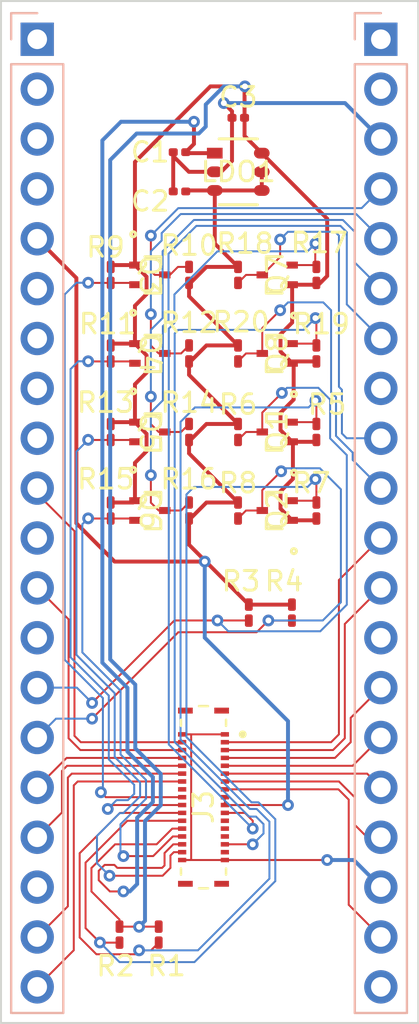
<source format=kicad_pcb>
(kicad_pcb (version 20241229) (generator "pcbnew") (generator_version "9.0")
  (layers (0 "F.Cu" signal) (2 "B.Cu" signal) (13 "F.Paste" user) (15 "B.Paste" user) (5 "F.SilkS" user "F.Silkscreen") (7 "B.SilkS" user "B.Silkscreen") (1 "F.Mask" user) (3 "B.Mask" user) (25 "Edge.Cuts" user))
  (net 0 "")
  (net 1 "ROW7")
  (net 2 "KB_BLK_LED_A")
  (net 3 "ROW2")
  (net 4 "ROW6")
  (net 5 "TP_SDA_3V3")
  (net 6 "ROW3")
  (net 7 "ROW4")
  (net 8 "ROW5")
  (net 9 "ROW1")
  (net 10 "TP_SCL_3V3")
  (net 13 "GND")
  (net 19 "COL6")
  (net 20 "TP_SDA_1V8")
  (net 21 "TP_SCL_1V8")
  (net 22 "+2V8")
  (net 23 "COL1")
  (net 24 "COL3")
  (net 25 "COL5")
  (net 26 "COL4")
  (net 27 "+1V8")
  (net 28 "COL2")
  (net 29 "TP_SHUTDOWN_1V8")
  (net 31 "KB_BLK_LED_K_1V8")
  (net 32 "PANNEL_BLK_LED_K_1V8")
  (net 36 "TP_MOTION_1V8")
  (net 37 "TP_RESET_1V8")
  (net 39 "TP_BLK_LED_K_1V8")
  (net 40 "TP_MOTION_3V3")
  (net 41 "TP_SHUTDOWN_3V3")
  (net 42 "TP_RESET_3V3")
  (net 43 "TP_BLK_LED_K_3V3")
  (net 44 "KB_BLK_LED_K_3V3")
  (net 45 "PANNEL_BLK_LED_K_3V3")
  (footprint "RE1C002UNTCL:DIO_RB558WMF_ROM" (layer "F.Cu") (at 112.25 112 90)
    (property "Reference" "Q7")
    (property "Value" "RE1C002UNTCL" (hide yes))
  )
  (footprint "Resistor_SMD:R_0201_0603Metric_Pad0.64x0.40mm_HandSolder" (layer "F.Cu") (at 103.75 116 -90)
    (property "Reference" "R11")
    (property "Value" "10K")
  )
  (footprint "HIROSE_BM20B_0.8_-34DS-0.4V_53_:HIROSE_BM20B_0.8_-34DS-0.4V_53_" (layer "F.Cu") (at 108.4875 138.6 90)
    (property "Reference" "J3")
    (property "Value" "BM20B_0.8_-34DS-0.4V_53_" (hide yes))
  )
  (footprint "RE1C002UNTCL:DIO_RB558WMF_ROM" (layer "F.Cu") (at 105.75 120 -90)
    (property "Reference" "Q5")
    (property "Value" "RE1C002UNTCL" (hide yes))
  )
  (footprint "Resistor_SMD:R_0201_0603Metric_Pad0.64x0.40mm_HandSolder" (layer "F.Cu") (at 110.25 124 -90)
    (property "Reference" "R8")
    (property "Value" "10K")
  )
  (footprint "Resistor_SMD:R_0201_0603Metric_Pad0.64x0.40mm_HandSolder" (layer "F.Cu") (at 114.25 120 90)
    (property "Reference" "R5")
    (property "Value" "10K")
  )
  (footprint "Resistor_SMD:R_0201_0603Metric_Pad0.64x0.40mm_HandSolder" (layer "F.Cu") (at 110.8 129.2 90)
    (property "Reference" "R3")
    (property "Value" "10k")
  )
  (footprint "Resistor_SMD:R_0201_0603Metric_Pad0.64x0.40mm_HandSolder" (layer "F.Cu") (at 110.25 116 -90)
    (property "Reference" "R20")
    (property "Value" "10K")
  )
  (footprint "Resistor_SMD:R_0201_0603Metric_Pad0.64x0.40mm_HandSolder" (layer "F.Cu") (at 107.75 112 90)
    (property "Reference" "R10")
    (property "Value" "10K")
  )
  (footprint "Resistor_SMD:R_0201_0603Metric_Pad0.64x0.40mm_HandSolder" (layer "F.Cu") (at 114.25 112 90)
    (property "Reference" "R17")
    (property "Value" "10K")
  )
  (footprint "Resistor_SMD:R_0201_0603Metric_Pad0.64x0.40mm_HandSolder" (layer "F.Cu") (at 103.75 124 -90)
    (property "Reference" "R15")
    (property "Value" "10K")
  )
  (footprint "Resistor_SMD:R_0201_0603Metric_Pad0.64x0.40mm_HandSolder" (layer "F.Cu") (at 103.75 120 -90)
    (property "Reference" "R13")
    (property "Value" "10K")
  )
  (footprint "RE1C002UNTCL:DIO_RB558WMF_ROM" (layer "F.Cu") (at 105.75 116 -90)
    (property "Reference" "Q4")
    (property "Value" "RE1C002UNTCL" (hide yes))
  )
  (footprint "Resistor_SMD:R_0201_0603Metric_Pad0.64x0.40mm_HandSolder" (layer "F.Cu") (at 107.75 116 90)
    (property "Reference" "R12")
    (property "Value" "10K")
  )
  (footprint "Resistor_SMD:R_0201_0603Metric_Pad0.64x0.40mm_HandSolder" (layer "F.Cu") (at 107.75 124 90)
    (property "Reference" "R16")
    (property "Value" "10K")
  )
  (footprint "Resistor_SMD:R_0201_0603Metric_Pad0.64x0.40mm_HandSolder" (layer "F.Cu") (at 106.2 145.6 90)
    (property "Reference" "R1")
    (property "Value" "10k")
  )
  (footprint "RE1C002UNTCL:DIO_RB558WMF_ROM" (layer "F.Cu") (at 105.75 124 -90)
    (property "Reference" "Q6")
    (property "Value" "RE1C002UNTCL" (hide yes))
  )
  (footprint "RE1C002UNTCL:DIO_RB558WMF_ROM" (layer "F.Cu") (at 112.25 116 90)
    (property "Reference" "Q8")
    (property "Value" "RE1C002UNTCL" (hide yes))
  )
  (footprint "Capacitor_SMD:C_0201_0603Metric" (layer "F.Cu") (at 110.262 104)
    (property "Reference" "C3")
    (property "Value" "1uF")
  )
  (footprint "RE1C002UNTCL:DIO_RB558WMF_ROM" (layer "F.Cu") (at 112.25 120 90)
    (property "Reference" "Q1")
    (property "Value" "RE1C002UNTCL" (hide yes))
  )
  (footprint "Resistor_SMD:R_0201_0603Metric_Pad0.64x0.40mm_HandSolder" (layer "F.Cu") (at 110.25 120 -90)
    (property "Reference" "R6")
    (property "Value" "10K")
  )
  (footprint "Resistor_SMD:R_0201_0603Metric_Pad0.64x0.40mm_HandSolder" (layer "F.Cu") (at 104.2 145.6 90)
    (property "Reference" "R2")
    (property "Value" "10k")
  )
  (footprint "Resistor_SMD:R_0201_0603Metric_Pad0.64x0.40mm_HandSolder" (layer "F.Cu") (at 113 129.2 90)
    (property "Reference" "R4")
    (property "Value" "10k")
  )
  (footprint "AP7312-1828W6-7:SOT26_DIO" (layer "F.Cu") (at 110.262 106.75)
    (property "Reference" "LDO1")
    (property "Value" "AP7312-1828W6-7" (hide yes))
  )
  (footprint "Resistor_SMD:R_0201_0603Metric_Pad0.64x0.40mm_HandSolder" (layer "F.Cu") (at 114.25 124 90)
    (property "Reference" "R7")
    (property "Value" "10K")
  )
  (footprint "RE1C002UNTCL:DIO_RB558WMF_ROM" (layer "F.Cu") (at 112.25 124 90)
    (property "Reference" "Q2")
    (property "Value" "RE1C002UNTCL" (hide yes))
  )
  (footprint "Resistor_SMD:R_0201_0603Metric_Pad0.64x0.40mm_HandSolder" (layer "F.Cu") (at 114.25 116 90)
    (property "Reference" "R19")
    (property "Value" "10K")
  )
  (footprint "Capacitor_SMD:C_0201_0603Metric" (layer "F.Cu") (at 107.262 105.75)
    (property "Reference" "C1")
    (property "Value" "1uF")
  )
  (footprint "Resistor_SMD:R_0201_0603Metric_Pad0.64x0.40mm_HandSolder" (layer "F.Cu") (at 110.25 112 -90)
    (property "Reference" "R18")
    (property "Value" "10K")
  )
  (footprint "Resistor_SMD:R_0201_0603Metric_Pad0.64x0.40mm_HandSolder" (layer "F.Cu") (at 103.75 112 -90)
    (property "Reference" "R9")
    (property "Value" "10K")
  )
  (footprint "Capacitor_SMD:C_0201_0603Metric" (layer "F.Cu") (at 107.262 107.75 180)
    (property "Reference" "C2")
    (property "Value" "1uF")
  )
  (footprint "Resistor_SMD:R_0201_0603Metric_Pad0.64x0.40mm_HandSolder" (layer "F.Cu") (at 107.75 120 90)
    (property "Reference" "R14")
    (property "Value" "10K")
  )
  (footprint "RE1C002UNTCL:DIO_RB558WMF_ROM" (layer "F.Cu") (at 105.75 112 -90)
    (property "Reference" "Q3")
    (property "Value" "RE1C002UNTCL" (hide yes))
  )
  (footprint "Connector_PinSocket_2.54mm:PinSocket_1x20_P2.54mm_Vertical" (layer "B.Cu") (at 100 100 180)
    (property "Reference" "J2" (hide yes))
    (property "Value" "Conn_01x20_Socket" (hide yes))
  )
  (footprint "Connector_PinSocket_2.54mm:PinSocket_1x20_P2.54mm_Vertical" (layer "B.Cu") (at 117.54 100 180)
    (property "Reference" "J1" (hide yes))
    (property "Value" "Conn_01x20_Socket" (hide yes))
  )
  (gr_rect (start 98.15 98.05) (end 119.45 150.1) (stroke (width 0.1)) (fill no) (layer "Edge.Cuts"))
  (segment (start 109.5775 135.8) (end 114.998 135.8) (width 0.1) (layer "F.Cu") (net 1))
  (segment (start 115.398 135.4) (end 115.398 127.542) (width 0.1) (layer "F.Cu") (net 1))
  (segment (start 114.998 135.8) (end 115.398 135.4) (width 0.1) (layer "F.Cu") (net 1))
  (segment (start 115.398 127.542) (end 117.54 125.4) (width 0.1) (layer "F.Cu") (net 1))
  (segment (start 110.25 111.5925) (end 108.63737 111.5925) (width 0.2) (layer "F.Cu") (net 2))
  (segment (start 111.462 107.700001) (end 111.462 106.75) (width 0.2) (layer "F.Cu") (net 2))
  (segment (start 108.63737 115.5925) (end 107.82237 116.4075) (width 0.2) (layer "F.Cu") (net 2))
  (segment (start 108.63737 111.5925) (end 107.82237 112.4075) (width 0.2) (layer "F.Cu") (net 2))
  (segment (start 107.75 120.4075) (end 107.75 121.0925) (width 0.2) (layer "F.Cu") (net 2))
  (segment (start 108.63737 123.5925) (end 107.82237 124.4075) (width 0.2) (layer "F.Cu") (net 2))
  (segment (start 109.5775 138.6) (end 109.5775 139) (width 0.1) (layer "F.Cu") (net 2))
  (segment (start 101.999 124.648943) (end 103.950057 126.6) (width 0.2) (layer "F.Cu") (net 2))
  (segment (start 107.75 125.7425) (end 110.8 128.7925) (width 0.2) (layer "F.Cu") (net 2))
  (segment (start 101.999 112.159) (end 101.999 124.648943) (width 0.2) (layer "F.Cu") (net 2))
  (segment (start 110.25 119.5925) (end 108.63737 119.5925) (width 0.2) (layer "F.Cu") (net 2))
  (segment (start 103.950057 126.6) (end 108.55 126.6) (width 0.2) (layer "F.Cu") (net 2))
  (segment (start 109.062 107.700001) (end 111.462 107.700001) (width 0.2) (layer "F.Cu") (net 2))
  (segment (start 110.25 123.5925) (end 108.63737 123.5925) (width 0.2) (layer "F.Cu") (net 2))
  (segment (start 107.75 121.0925) (end 110.25 123.5925) (width 0.2) (layer "F.Cu") (net 2))
  (segment (start 109.062 107.700001) (end 109.062 110.4045) (width 0.2) (layer "F.Cu") (net 2))
  (segment (start 107.75 116.4075) (end 107.75 117.0925) (width 0.2) (layer "F.Cu") (net 2))
  (segment (start 109.062 110.4045) (end 110.25 111.5925) (width 0.2) (layer "F.Cu") (net 2))
  (segment (start 109.062 107.700001) (end 107.631999 107.700001) (width 0.2) (layer "F.Cu") (net 2))
  (segment (start 107.75 117.0925) (end 110.25 119.5925) (width 0.2) (layer "F.Cu") (net 2))
  (segment (start 100 110.16) (end 101.999 112.159) (width 0.2) (layer "F.Cu") (net 2))
  (segment (start 108.63737 119.5925) (end 107.82237 120.4075) (width 0.2) (layer "F.Cu") (net 2))
  (segment (start 109.5775 139) (end 112.8 139) (width 0.1) (layer "F.Cu") (net 2))
  (segment (start 110.25 115.5925) (end 108.63737 115.5925) (width 0.2) (layer "F.Cu") (net 2))
  (segment (start 107.75 124.4075) (end 107.75 125.7425) (width 0.2) (layer "F.Cu") (net 2))
  (segment (start 107.75 113.0925) (end 110.25 115.5925) (width 0.2) (layer "F.Cu") (net 2))
  (segment (start 110.8 128.7925) (end 113 128.7925) (width 0.2) (layer "F.Cu") (net 2))
  (segment (start 107.75 112.4075) (end 107.75 113.0925) (width 0.2) (layer "F.Cu") (net 2))
  (via (at 112.8 139) (size 0.6) (drill 0.3) (layers "F.Cu" "B.Cu") (net 2))
  (via (at 108.55 126.6) (size 0.6) (drill 0.3) (layers "F.Cu" "B.Cu") (net 2))
  (segment (start 108.55 126.6) (end 108.55 130.475) (width 0.2) (layer "B.Cu") (net 2))
  (segment (start 108.55 130.475) (end 112.8 134.725) (width 0.2) (layer "B.Cu") (net 2))
  (segment (start 112.8 134.725) (end 112.8 139) (width 0.2) (layer "B.Cu") (net 2))
  (segment (start 116.2 138.6) (end 116.2 140) (width 0.1) (layer "F.Cu") (net 3))
  (segment (start 115.4 137.8) (end 116.2 138.6) (width 0.1) (layer "F.Cu") (net 3))
  (segment (start 109.5775 137.8) (end 115.4 137.8) (width 0.1) (layer "F.Cu") (net 3))
  (segment (start 116.2 140) (end 116.84 140.64) (width 0.1) (layer "F.Cu") (net 3))
  (segment (start 115.699 135.6) (end 115.699 129.781) (width 0.1) (layer "F.Cu") (net 4))
  (segment (start 115.099 136.2) (end 115.699 135.6) (width 0.1) (layer "F.Cu") (net 4))
  (segment (start 115.699 129.781) (end 117.54 127.94) (width 0.1) (layer "F.Cu") (net 4))
  (segment (start 109.5775 136.2) (end 115.099 136.2) (width 0.1) (layer "F.Cu") (net 4))
  (segment (start 102.8 134.6) (end 107.2 130.2) (width 0.1) (layer "F.Cu") (net 5))
  (segment (start 111.8075 129.6075) (end 113 129.6075) (width 0.1) (layer "F.Cu") (net 5))
  (segment (start 112.45 122) (end 111.488 122.962) (width 0.1) (layer "F.Cu") (net 5))
  (segment (start 110.6575 124) (end 110.25 124.4075) (width 0.1) (layer "F.Cu") (net 5))
  (segment (start 111.488 122.962) (end 111.488 124) (width 0.1) (layer "F.Cu") (net 5))
  (segment (start 107.2 130.2) (end 111.2 130.2) (width 0.1) (layer "F.Cu") (net 5))
  (segment (start 111.8 129.6) (end 111.8075 129.6075) (width 0.1) (layer "F.Cu") (net 5))
  (segment (start 111.2 130.2) (end 111.8 129.6) (width 0.1) (layer "F.Cu") (net 5))
  (segment (start 111.488 124) (end 110.6575 124) (width 0.1) (layer "F.Cu") (net 5))
  (via (at 111.8 129.6) (size 0.6) (drill 0.3) (layers "F.Cu" "B.Cu") (net 5))
  (via (at 112.45 122) (size 0.6) (drill 0.3) (layers "F.Cu" "B.Cu") (net 5))
  (via (at 102.8 134.6) (size 0.6) (drill 0.3) (layers "F.Cu" "B.Cu") (net 5))
  (segment (start 111.8 129.6) (end 114.574322 129.6) (width 0.1) (layer "B.Cu") (net 5))
  (segment (start 115.499 128.675322) (end 115.499 122.919768) (width 0.1) (layer "B.Cu") (net 5))
  (segment (start 100 135.56) (end 100.96 134.6) (width 0.1) (layer "B.Cu") (net 5))
  (segment (start 115.499 122.919768) (end 114.428232 121.849) (width 0.1) (layer "B.Cu") (net 5))
  (segment (start 114.428232 121.849) (end 112.601 121.849) (width 0.1) (layer "B.Cu") (net 5))
  (segment (start 114.574322 129.6) (end 115.499 128.675322) (width 0.1) (layer "B.Cu") (net 5))
  (segment (start 100.96 134.6) (end 102.8 134.6) (width 0.1) (layer "B.Cu") (net 5))
  (segment (start 112.601 121.849) (end 112.45 122) (width 0.1) (layer "B.Cu") (net 5))
  (segment (start 109.5775 137.4) (end 116.84 137.4) (width 0.1) (layer "F.Cu") (net 6))
  (segment (start 116.84 137.4) (end 117.54 138.1) (width 0.1) (layer "F.Cu") (net 6))
  (segment (start 109.5775 137) (end 116.1 137) (width 0.1) (layer "F.Cu") (net 7))
  (segment (start 116.1 137) (end 117.54 135.56) (width 0.1) (layer "F.Cu") (net 7))
  (segment (start 116 135.8) (end 115.2 136.6) (width 0.1) (layer "F.Cu") (net 8))
  (segment (start 116 134.56) (end 116 135.8) (width 0.1) (layer "F.Cu") (net 8))
  (segment (start 117.54 133.02) (end 116 134.56) (width 0.1) (layer "F.Cu") (net 8))
  (segment (start 115.2 136.6) (end 109.5775 136.6) (width 0.1) (layer "F.Cu") (net 8))
  (segment (start 115.899 138.724678) (end 115.899 144.079) (width 0.1) (layer "F.Cu") (net 9))
  (segment (start 115.374322 138.2) (end 115.899 138.724678) (width 0.1) (layer "F.Cu") (net 9))
  (segment (start 109.5775 138.2) (end 115.374322 138.2) (width 0.1) (layer "F.Cu") (net 9))
  (segment (start 115.899 144.079) (end 117.54 145.72) (width 0.1) (layer "F.Cu") (net 9))
  (segment (start 102.8 133.8) (end 107 129.6) (width 0.1) (layer "F.Cu") (net 10))
  (segment (start 111.488 120) (end 110.6575 120) (width 0.1) (layer "F.Cu") (net 10))
  (segment (start 107 129.6) (end 109.2 129.6) (width 0.1) (layer "F.Cu") (net 10))
  (segment (start 110.6575 120) (end 110.25 120.4075) (width 0.1) (layer "F.Cu") (net 10))
  (segment (start 109.2 129.6) (end 110.7925 129.6) (width 0.1) (layer "F.Cu") (net 10))
  (segment (start 111.488 119.012) (end 111.488 120) (width 0.1) (layer "F.Cu") (net 10))
  (segment (start 112.4875 118.0125) (end 111.488 119.012) (width 0.1) (layer "F.Cu") (net 10))
  (via (at 112.4875 118.0125) (size 0.6) (drill 0.3) (layers "F.Cu" "B.Cu") (net 10))
  (via (at 109.2 129.6) (size 0.6) (drill 0.3) (layers "F.Cu" "B.Cu") (net 10))
  (via (at 102.8 133.8) (size 0.6) (drill 0.3) (layers "F.Cu" "B.Cu") (net 10))
  (segment (start 109.2 129.6) (end 109.751 130.151) (width 0.1) (layer "B.Cu") (net 10))
  (segment (start 109.751 130.151) (end 114.449 130.151) (width 0.1) (layer "B.Cu") (net 10))
  (segment (start 115.8 128.8) (end 115.8 121.175) (width 0.1) (layer "B.Cu") (net 10))
  (segment (start 102.02 133.02) (end 102.8 133.8) (width 0.1) (layer "B.Cu") (net 10))
  (segment (start 114.35 117.75) (end 112.75 117.75) (width 0.1) (layer "B.Cu") (net 10))
  (segment (start 115.8 121.175) (end 114.95 120.325) (width 0.1) (layer "B.Cu") (net 10))
  (segment (start 114.449 130.151) (end 115.8 128.8) (width 0.1) (layer "B.Cu") (net 10))
  (segment (start 114.95 118.35) (end 114.35 117.75) (width 0.1) (layer "B.Cu") (net 10))
  (segment (start 114.95 120.325) (end 114.95 118.35) (width 0.1) (layer "B.Cu") (net 10))
  (segment (start 100 133.02) (end 102.02 133.02) (width 0.1) (layer "B.Cu") (net 10))
  (segment (start 112.75 117.75) (end 112.4875 118.0125) (width 0.1) (layer "B.Cu") (net 10))
  (segment (start 107.3975 141.8) (end 109.5775 141.8) (width 0.1) (layer "F.Cu") (net 13))
  (segment (start 107.742001 106.75) (end 106.942 105.949999) (width 0.2) (layer "F.Cu") (net 13))
  (segment (start 106.942 105.75) (end 106.942 107.75) (width 0.2) (layer "F.Cu") (net 13))
  (segment (start 109.942 106.196999) (end 109.942 104) (width 0.2) (layer "F.Cu") (net 13))
  (segment (start 109.942 103.667) (end 109.525 103.25) (width 0.2) (layer "F.Cu") (net 13))
  (segment (start 107.8585 135.434) (end 107.8585 141.766) (width 0.1) (layer "F.Cu") (net 13))
  (segment (start 109.062 106.75) (end 107.742001 106.75) (width 0.2) (layer "F.Cu") (net 13))
  (segment (start 106.942 105.949999) (end 106.942 105.75) (width 0.2) (layer "F.Cu") (net 13))
  (segment (start 107.8245 141.8) (end 107.3975 141.8) (width 0.1) (layer "F.Cu") (net 13))
  (segment (start 107.8245 135.4) (end 107.8585 135.434) (width 0.1) (layer "F.Cu") (net 13))
  (segment (start 107.3975 135.4) (end 107.8245 135.4) (width 0.1) (layer "F.Cu") (net 13))
  (segment (start 109.062 106.75) (end 109.388999 106.75) (width 0.2) (layer "F.Cu") (net 13))
  (segment (start 107.3975 135.4) (end 109.5775 135.4) (width 0.1) (layer "F.Cu") (net 13))
  (segment (start 109.388999 106.75) (end 109.942 106.196999) (width 0.2) (layer "F.Cu") (net 13))
  (segment (start 109.942 104) (end 109.942 103.667) (width 0.2) (layer "F.Cu") (net 13))
  (segment (start 107.8585 141.766) (end 107.8245 141.8) (width 0.1) (layer "F.Cu") (net 13))
  (segment (start 109.5775 141.8) (end 114.8 141.8) (width 0.1) (layer "F.Cu") (net 13))
  (via (at 114.8 141.8) (size 0.6) (drill 0.3) (layers "F.Cu" "B.Cu") (net 13))
  (via (at 109.525 103.25) (size 0.6) (drill 0.3) (layers "F.Cu" "B.Cu") (net 13))
  (segment (start 109.525 103.25) (end 115.71 103.25) (width 0.2) (layer "B.Cu") (net 13))
  (segment (start 117.54 143.18) (end 116.16 141.8) (width 0.2) (layer "B.Cu") (net 13))
  (segment (start 115.71 103.25) (end 117.54 105.08) (width 0.2) (layer "B.Cu") (net 13))
  (segment (start 116.16 141.8) (end 114.8 141.8) (width 0.2) (layer "B.Cu") (net 13))
  (segment (start 101.901 125.047332) (end 101.901 135.475322) (width 0.1) (layer "F.Cu") (net 19))
  (segment (start 100 123.146332) (end 101.901 125.047332) (width 0.1) (layer "F.Cu") (net 19))
  (segment (start 102.225678 135.8) (end 101.901 135.475322) (width 0.1) (layer "F.Cu") (net 19))
  (segment (start 107.3975 135.8) (end 102.225678 135.8) (width 0.1) (layer "F.Cu") (net 19))
  (segment (start 107.3975 139.8) (end 104.6 139.8) (width 0.1) (layer "F.Cu") (net 20))
  (segment (start 114.2 122.4) (end 114.25 122.45) (width 0.1) (layer "F.Cu") (net 20))
  (segment (start 113.012 123.500001) (end 114.157501 123.500001) (width 0.1) (layer "F.Cu") (net 20))
  (segment (start 102.466839 141.933161) (end 102.466839 145.266839) (width 0.1) (layer "F.Cu") (net 20))
  (segment (start 102.466839 145.266839) (end 103.2 146) (width 0.1) (layer "F.Cu") (net 20))
  (segment (start 114.25 122.45) (end 114.25 123.5925) (width 0.1) (layer "F.Cu") (net 20))
  (segment (start 103.4 146) (end 103.4075 146.0075) (width 0.1) (layer "F.Cu") (net 20))
  (segment (start 103.2 146) (end 103.4 146) (width 0.1) (layer "F.Cu") (net 20))
  (segment (start 103.4075 146.0075) (end 104.2 146.0075) (width 0.1) (layer "F.Cu") (net 20))
  (segment (start 104.6 139.8) (end 102.466839 141.933161) (width 0.1) (layer "F.Cu") (net 20))
  (via (at 114.2 122.4) (size 0.6) (drill 0.3) (layers "F.Cu" "B.Cu") (net 20))
  (via (at 103.2 146) (size 0.6) (drill 0.3) (layers "F.Cu" "B.Cu") (net 20))
  (segment (start 111.292071 138.861483) (end 110.938517 138.861483) (width 0.1) (layer "B.Cu") (net 20))
  (segment (start 112.153 142.872678) (end 112.153 139.722412) (width 0.1) (layer "B.Cu") (net 20))
  (segment (start 108 122.8) (end 113.8 122.8) (width 0.1) (layer "B.Cu") (net 20))
  (segment (start 107.616839 123.183161) (end 108 122.8) (width 0.1) (layer "B.Cu") (net 20))
  (segment (start 104.2 147) (end 108.025678 147) (width 0.1) (layer "B.Cu") (net 20))
  (segment (start 107.616839 135.539805) (end 107.616839 123.183161) (width 0.1) (layer "B.Cu") (net 20))
  (segment (start 110.938517 138.861483) (end 107.616839 135.539805) (width 0.1) (layer "B.Cu") (net 20))
  (segment (start 108.025678 147) (end 112.153 142.872678) (width 0.1) (layer "B.Cu") (net 20))
  (segment (start 103.2 146) (end 104.2 147) (width 0.1) (layer "B.Cu") (net 20))
  (segment (start 113.8 122.8) (end 114.2 122.4) (width 0.1) (layer "B.Cu") (net 20))
  (segment (start 111.292071 138.861483) (end 112.153 139.722412) (width 0.1) (layer "B.Cu") (net 20))
  (segment (start 114.2 118.4) (end 114.25 118.45) (width 0.1) (layer "F.Cu") (net 21))
  (segment (start 102.165839 145.745071) (end 103.020768 146.6) (width 0.1) (layer "F.Cu") (net 21))
  (segment (start 103.020768 146.6) (end 105 146.6) (width 0.1) (layer "F.Cu") (net 21))
  (segment (start 107.3975 139.4) (end 104.220768 139.4) (width 0.1) (layer "F.Cu") (net 21))
  (segment (start 104.220768 139.4) (end 102.165839 141.454929) (width 0.1) (layer "F.Cu") (net 21))
  (segment (start 105 146.6) (end 105.2 146.4) (width 0.1) (layer "F.Cu") (net 21))
  (segment (start 102.165839 141.454929) (end 102.165839 145.745071) (width 0.1) (layer "F.Cu") (net 21))
  (segment (start 105.2 146.4) (end 105.8075 146.4) (width 0.1) (layer "F.Cu") (net 21))
  (segment (start 113.012 119.500001) (end 114.157501 119.500001) (width 0.1) (layer "F.Cu") (net 21))
  (segment (start 105.8075 146.4) (end 106.2 146.0075) (width 0.1) (layer "F.Cu") (net 21))
  (segment (start 114.25 118.45) (end 114.25 119.5925) (width 0.1) (layer "F.Cu") (net 21))
  (via (at 105.2 146.4) (size 0.6) (drill 0.3) (layers "F.Cu" "B.Cu") (net 21))
  (via (at 114.2 118.4) (size 0.6) (drill 0.3) (layers "F.Cu" "B.Cu") (net 21))
  (segment (start 111.852 139.84709) (end 111.852 142.748) (width 0.1) (layer "B.Cu") (net 21))
  (segment (start 111.852 142.748) (end 108.2 146.4) (width 0.1) (layer "B.Cu") (net 21))
  (segment (start 108.05 118.75) (end 107.315839 119.484161) (width 0.1) (layer "B.Cu") (net 21))
  (segment (start 114.2 118.4) (end 113.85 118.75) (width 0.1) (layer "B.Cu") (net 21))
  (segment (start 107.315839 135.664483) (end 110.851356 139.2) (width 0.1) (layer "B.Cu") (net 21))
  (segment (start 107.315839 119.484161) (end 107.315839 135.664483) (width 0.1) (layer "B.Cu") (net 21))
  (segment (start 111.20491 139.2) (end 111.852 139.84709) (width 0.1) (layer "B.Cu") (net 21))
  (segment (start 113.85 118.75) (end 108.05 118.75) (width 0.1) (layer "B.Cu") (net 21))
  (segment (start 110.851356 139.2) (end 111.20491 139.2) (width 0.1) (layer "B.Cu") (net 21))
  (segment (start 108.2 146.4) (end 105.2 146.4) (width 0.1) (layer "B.Cu") (net 21))
  (segment (start 103.138616 142.828232) (end 103.710384 143.4) (width 0.1) (layer "F.Cu") (net 22))
  (segment (start 103.710384 143.4) (end 104.4 143.4) (width 0.1) (layer "F.Cu") (net 22))
  (segment (start 106.499 142.075322) (end 106.374322 142.2) (width 0.1) (layer "F.Cu") (net 22))
  (segment (start 103.138616 142.351) (end 103.138616 142.828232) (width 0.1) (layer "F.Cu") (net 22))
  (segment (start 107.3975 141) (end 106.944822 141) (width 0.1) (layer "F.Cu") (net 22))
  (segment (start 106.499 141.445822) (end 106.499 142.075322) (width 0.1) (layer "F.Cu") (net 22))
  (segment (start 103.938616 142.049) (end 103.440616 142.049) (width 0.1) (layer "F.Cu") (net 22))
  (segment (start 109.062 105.799999) (end 107.631999 105.799999) (width 0.2) (layer "F.Cu") (net 22))
  (segment (start 106.374322 142.2) (end 104.089616 142.2) (width 0.1) (layer "F.Cu") (net 22))
  (segment (start 103.440616 142.049) (end 103.138616 142.351) (width 0.1) (layer "F.Cu") (net 22))
  (segment (start 106.944822 141) (end 106.499 141.445822) (width 0.1) (layer "F.Cu") (net 22))
  (segment (start 108 105.332) (end 107.582 105.75) (width 0.2) (layer "F.Cu") (net 22))
  (segment (start 108 104.2) (end 108 105.332) (width 0.2) (layer "F.Cu") (net 22))
  (segment (start 104.089616 142.2) (end 103.938616 142.049) (width 0.1) (layer "F.Cu") (net 22))
  (via (at 104.4 143.4) (size 0.6) (drill 0.3) (layers "F.Cu" "B.Cu") (net 22))
  (via (at 108 104.2) (size 0.6) (drill 0.3) (layers "F.Cu" "B.Cu") (net 22))
  (segment (start 104.605 136.278024) (end 105.904 137.577024) (width 0.2) (layer "B.Cu") (net 22))
  (segment (start 105.1 143.025) (end 104.725 143.4) (width 0.2) (layer "B.Cu") (net 22))
  (segment (start 108 104.2) (end 104.275 104.2) (width 0.2) (layer "B.Cu") (net 22))
  (segment (start 104.725 143.4) (end 104.4 143.4) (width 0.2) (layer "B.Cu") (net 22))
  (segment (start 104.275 104.2) (end 103.325 105.15) (width 0.2) (layer "B.Cu") (net 22))
  (segment (start 105.904 138.846) (end 105.1 139.65) (width 0.2) (layer "B.Cu") (net 22))
  (segment (start 105.1 139.65) (end 105.1 143.025) (width 0.2) (layer "B.Cu") (net 22))
  (segment (start 103.325 105.15) (end 103.325 131.751578) (width 0.2) (layer "B.Cu") (net 22))
  (segment (start 104.605 133.031577) (end 104.605 136.278024) (width 0.2) (layer "B.Cu") (net 22))
  (segment (start 105.904 137.577024) (end 105.904 138.846) (width 0.2) (layer "B.Cu") (net 22))
  (segment (start 103.325 131.751578) (end 104.605 133.031577) (width 0.2) (layer "B.Cu") (net 22))
  (segment (start 101.864839 146.395161) (end 100 148.26) (width 0.1) (layer "F.Cu") (net 23))
  (segment (start 101.864839 138) (end 101.864839 146.395161) (width 0.1) (layer "F.Cu") (net 23))
  (segment (start 107.3975 137.8) (end 102.064839 137.8) (width 0.1) (layer "F.Cu") (net 23))
  (segment (start 102.064839 137.8) (end 101.864839 138) (width 0.1) (layer "F.Cu") (net 23))
  (segment (start 107.3975 137) (end 101.525678 137) (width 0.1) (layer "F.Cu") (net 24))
  (segment (start 101.525678 137) (end 101.262839 137.262839) (width 0.1) (layer "F.Cu") (net 24))
  (segment (start 101.262839 139.377161) (end 100 140.64) (width 0.1) (layer "F.Cu") (net 24))
  (segment (start 101.262839 137.262839) (end 101.262839 139.377161) (width 0.1) (layer "F.Cu") (net 24))
  (segment (start 100 127.94) (end 101.6 129.54) (width 0.1) (layer "F.Cu") (net 25))
  (segment (start 101.6 129.54) (end 101.6 135.6) (width 0.1) (layer "F.Cu") (net 25))
  (segment (start 101.6 135.6) (end 102.2 136.2) (width 0.1) (layer "F.Cu") (net 25))
  (segment (start 102.2 136.2) (end 107.3975 136.2) (width 0.1) (layer "F.Cu") (net 25))
  (segment (start 100 138.1) (end 101.5 136.6) (width 0.1) (layer "F.Cu") (net 26))
  (segment (start 101.5 136.6) (end 107.3975 136.6) (width 0.1) (layer "F.Cu") (net 26))
  (segment (start 104.988 113.571899) (end 105.5811 112.978799) (width 0.2) (layer "F.Cu") (net 27))
  (segment (start 114.357501 112.499999) (end 113.012 112.499999) (width 0.2) (layer "F.Cu") (net 27))
  (segment (start 105.5811 112.093101) (end 104.988 111.500001) (width 0.2) (layer "F.Cu") (net 27))
  (segment (start 110.582 102.418) (end 110.6 102.4) (width 0.2) (layer "F.Cu") (net 27))
  (segment (start 103.974322 141) (end 106.093466 141) (width 0.1) (layer "F.Cu") (net 27))
  (segment (start 113.012 124.499999) (end 114.157501 124.499999) (width 0.2) (layer "F.Cu") (net 27))
  (segment (start 112.4189 115.906899) (end 112.7435 116.2315) (width 0.2) (layer "F.Cu") (net 27))
  (segment (start 113.051 122.389101) (end 112.4189 123.021201) (width 0.2) (layer "F.Cu") (net 27))
  (segment (start 112.4189 123.906899) (end 113.012 124.499999) (width 0.2) (layer "F.Cu") (net 27))
  (segment (start 104.988 111.500001) (end 104.988 106.25) (width 0.2) (layer "F.Cu") (net 27))
  (segment (start 110.582 104) (end 110.582 102.418) (width 0.2) (layer "F.Cu") (net 27))
  (segment (start 112.4189 119.021201) (end 112.4189 119.906899) (width 0.2) (layer "F.Cu") (net 27))
  (segment (start 102.767839 143.4) (end 102.767839 142.206483) (width 0.1) (layer "F.Cu") (net 27))
  (segment (start 105.5811 116.093101) (end 104.988 115.500001) (width 0.2) (layer "F.Cu") (net 27))
  (segment (start 112.7435 116.2315) (end 113.0885 116.5765) (width 0.2) (layer "F.Cu") (net 27))
  (segment (start 105.2 145.2) (end 105.4 145.2) (width 0.1) (layer "F.Cu") (net 27))
  (segment (start 104.988 121.571899) (end 105.5811 120.978799) (width 0.2) (layer "F.Cu") (net 27))
  (segment (start 114.52875 112.32875) (end 114.449999 112.4075) (width 0.2) (layer "F.Cu") (net 27))
  (segment (start 105.4 145.2) (end 105.4075 145.1925) (width 0.1) (layer "F.Cu") (net 27))
  (segment (start 104.2 145.1925) (end 105.1925 145.1925) (width 0.1) (layer "F.Cu") (net 27))
  (segment (start 113.051 120.538999) (end 113.051 122.389101) (width 0.2) (layer "F.Cu") (net 27))
  (segment (start 105.4075 145.1925) (end 106.2 145.1925) (width 0.1) (layer "F.Cu") (net 27))
  (segment (start 114.52875 112.32875) (end 114.357501 112.499999) (width 0.2) (layer "F.Cu") (net 27))
  (segment (start 104.988 123.500001) (end 104.988 121.571899) (width 0.2) (layer "F.Cu") (net 27))
  (segment (start 112.4189 119.906899) (end 113.012 120.499999) (width 0.2) (layer "F.Cu") (net 27))
  (segment (start 104.988 115.500001) (end 104.988 113.571899) (width 0.2) (layer "F.Cu") (net 27))
  (segment (start 104.988 119.500001) (end 103.842499 119.500001) (width 0.2) (layer "F.Cu") (net 27))
  (segment (start 113.0885 116.5765) (end 113.0885 118.351601) (width 0.2) (layer "F.Cu") (net 27))
  (segment (start 105.5811 112.978799) (end 105.5811 112.093101) (width 0.2) (layer "F.Cu") (net 27))
  (segment (start 110.582 104) (end 110.582 104.919999) (width 0.2) (layer "F.Cu") (net 27))
  (segment (start 105.1925 145.1925) (end 105.2 145.2) (width 0.1) (layer "F.Cu") (net 27))
  (segment (start 113.012 120.499999) (end 114.157501 120.499999) (width 0.2) (layer "F.Cu") (net 27))
  (segment (start 114.801 112.056499) (end 114.52875 112.32875) (width 0.2) (layer "F.Cu") (net 27))
  (segment (start 106.893466 140.2) (end 107.3975 140.2) (width 0.1) (layer "F.Cu") (net 27))
  (segment (start 104.988 119.500001) (end 104.988 117.571899) (width 0.2) (layer "F.Cu") (net 27))
  (segment (start 104.988 117.571899) (end 105.5811 116.978799) (width 0.2) (layer "F.Cu") (net 27))
  (segment (start 114.449999 112.4075) (end 114.25 112.4075) (width 0.2) (layer "F.Cu") (net 27))
  (segment (start 104.988 111.500001) (end 103.842499 111.500001) (width 0.2) (layer "F.Cu") (net 27))
  (segment (start 104.2 145.1925) (end 104.2 144.832161) (width 0.1) (layer "F.Cu") (net 27))
  (segment (start 114.801 109.138999) (end 114.801 112.056499) (width 0.2) (layer "F.Cu") (net 27))
  (segment (start 113.012 114.428101) (end 112.4189 115.021201) (width 0.2) (layer "F.Cu") (net 27))
  (segment (start 113.012 112.499999) (end 113.012 114.428101) (width 0.2) (layer "F.Cu") (net 27))
  (segment (start 104.895501 123.5925) (end 104.988 123.500001) (width 0.2) (layer "F.Cu") (net 27))
  (segment (start 104.988 115.500001) (end 103.842499 115.500001) (width 0.2) (layer "F.Cu") (net 27))
  (segment (start 104.2 144.832161) (end 102.767839 143.4) (width 0.1) (layer "F.Cu") (net 27))
  (segment (start 112.7435 116.2315) (end 112.9195 116.4075) (width 0.2) (layer "F.Cu") (net 27))
  (segment (start 102.767839 142.206483) (end 103.974322 141) (width 0.1) (layer "F.Cu") (net 27))
  (segment (start 103.75 123.5925) (end 104.895501 123.5925) (width 0.2) (layer "F.Cu") (net 27))
  (segment (start 104.988 106.25) (end 108.838 102.4) (width 0.2) (layer "F.Cu") (net 27))
  (segment (start 112.7435 116.2315) (end 113.012 116.499999) (width 0.2) (layer "F.Cu") (net 27))
  (segment (start 113.0885 118.351601) (end 112.4189 119.021201) (width 0.2) (layer "F.Cu") (net 27))
  (segment (start 106.093466 141) (end 106.893466 140.2) (width 0.1) (layer "F.Cu") (net 27))
  (segment (start 112.4189 115.021201) (end 112.4189 115.906899) (width 0.2) (layer "F.Cu") (net 27))
  (segment (start 112.4189 123.021201) (end 112.4189 123.906899) (width 0.2) (layer "F.Cu") (net 27))
  (segment (start 110.582 104.919999) (end 111.462 105.799999) (width 0.2) (layer "F.Cu") (net 27))
  (segment (start 108.838 102.4) (end 110.6 102.4) (width 0.2) (layer "F.Cu") (net 27))
  (segment (start 105.5811 120.978799) (end 105.5811 120.093101) (width 0.2) (layer "F.Cu") (net 27))
  (segment (start 111.462 105.799999) (end 114.801 109.138999) (width 0.2) (layer "F.Cu") (net 27))
  (segment (start 105.5811 116.978799) (end 105.5811 116.093101) (width 0.2) (layer "F.Cu") (net 27))
  (segment (start 105.5811 120.093101) (end 104.988 119.500001) (width 0.2) (layer "F.Cu") (net 27))
  (segment (start 112.9195 116.4075) (end 114.25 116.4075) (width 0.2) (layer "F.Cu") (net 27))
  (via (at 105.2 145.2) (size 0.6) (drill 0.3) (layers "F.Cu" "B.Cu") (net 27))
  (via (at 110.6 102.4) (size 0.6) (drill 0.3) (layers "F.Cu" "B.Cu") (net 27))
  (segment (start 109.525057 102.4) (end 108.601 103.324057) (width 0.2) (layer "B.Cu") (net 27))
  (segment (start 103.726 106.149) (end 103.726 131.585478) (width 0.2) (layer "B.Cu") (net 27))
  (segment (start 103.726 131.585478) (end 105.006 132.865477) (width 0.2) (layer "B.Cu") (net 27))
  (segment (start 110.6 102.4) (end 109.525057 102.4) (width 0.2) (layer "B.Cu") (net 27))
  (segment (start 106.305 139.0121) (end 105.501 139.8161) (width 0.2) (layer "B.Cu") (net 27))
  (segment (start 106.305 137.410924) (end 106.305 139.0121) (width 0.2) (layer "B.Cu") (net 27))
  (segment (start 108.249943 104.8) (end 105.075 104.8) (width 0.2) (layer "B.Cu") (net 27))
  (segment (start 105.501 139.8161) (end 105.501 144.899) (width 0.2) (layer "B.Cu") (net 27))
  (segment (start 108.601 103.324057) (end 108.601 104.448943) (width 0.2) (layer "B.Cu") (net 27))
  (segment (start 105.075 104.8) (end 103.726 106.149) (width 0.2) (layer "B.Cu") (net 27))
  (segment (start 108.601 104.448943) (end 108.249943 104.8) (width 0.2) (layer "B.Cu") (net 27))
  (segment (start 105.006 132.865477) (end 105.006 136.111924) (width 0.2) (layer "B.Cu") (net 27))
  (segment (start 105.501 144.899) (end 105.2 145.2) (width 0.2) (layer "B.Cu") (net 27))
  (segment (start 105.006 136.111924) (end 106.305 137.410924) (width 0.2) (layer "B.Cu") (net 27))
  (segment (start 101.563839 144.156161) (end 100 145.72) (width 0.1) (layer "F.Cu") (net 28))
  (segment (start 101.763839 137.4) (end 101.563839 137.6) (width 0.1) (layer "F.Cu") (net 28))
  (segment (start 107.3975 137.4) (end 101.763839 137.4) (width 0.1) (layer "F.Cu") (net 28))
  (segment (start 101.563839 137.6) (end 101.563839 144.156161) (width 0.1) (layer "F.Cu") (net 28))
  (segment (start 103.8 139) (end 107.3975 139) (width 0.1) (layer "F.Cu") (net 29))
  (segment (start 102.6075 116.4075) (end 103.75 116.4075) (width 0.1) (layer "F.Cu") (net 29))
  (segment (start 102.6 116.4) (end 102.6075 116.4075) (width 0.1) (layer "F.Cu") (net 29))
  (segment (start 103.75 116.4075) (end 104.895501 116.4075) (width 0.1) (layer "F.Cu") (net 29))
  (via (at 103.6 139.2) (size 0.6) (drill 0.3) (layers "F.Cu" "B.Cu") (net 29))
  (via (at 102.6 116.4) (size 0.6) (drill 0.3) (layers "F.Cu" "B.Cu") (net 29))
  (segment (start 104.049 138.751) (end 104.628232 138.751) (width 0.1) (layer "B.Cu") (net 29))
  (segment (start 104.628232 138.751) (end 104.951 138.428232) (width 0.1) (layer "B.Cu") (net 29))
  (segment (start 101.701 116.8) (end 102.101 116.4) (width 0.1) (layer "B.Cu") (net 29))
  (segment (start 104.951 137.971768) (end 103.652 136.672768) (width 0.1) (layer "B.Cu") (net 29))
  (segment (start 102.101 116.4) (end 102.6 116.4) (width 0.1) (layer "B.Cu") (net 29))
  (segment (start 101.701 131.475322) (end 101.701 116.8) (width 0.1) (layer "B.Cu") (net 29))
  (segment (start 103.6 139.2) (end 104.049 138.751) (width 0.1) (layer "B.Cu") (net 29))
  (segment (start 104.951 138.428232) (end 104.951 137.971768) (width 0.1) (layer "B.Cu") (net 29))
  (segment (start 103.652 133.426322) (end 101.701 131.475322) (width 0.1) (layer "B.Cu") (net 29))
  (segment (start 103.652 136.672768) (end 103.652 133.426322) (width 0.1) (layer "B.Cu") (net 29))
  (segment (start 113.012 111.500001) (end 114.157501 111.500001) (width 0.1) (layer "F.Cu") (net 31))
  (segment (start 114.192498 111.534998) (end 114.192498 110.407502) (width 0.1) (layer "F.Cu") (net 31))
  (segment (start 114.192498 110.407502) (end 114.2 110.4) (width 0.1) (layer "F.Cu") (net 31))
  (segment (start 110.6 139.4) (end 111 139.8) (width 0.1) (layer "F.Cu") (net 31))
  (segment (start 109.5775 139.4) (end 110.6 139.4) (width 0.1) (layer "F.Cu") (net 31))
  (segment (start 111 139.8) (end 111 140.2) (width 0.1) (layer "F.Cu") (net 31))
  (via (at 111 140.2) (size 0.6) (drill 0.3) (layers "F.Cu" "B.Cu") (net 31))
  (via (at 114.2 110.4) (size 0.6) (drill 0.3) (layers "F.Cu" "B.Cu") (net 31))
  (segment (start 106.713839 114.737517) (end 107.002 114.449356) (width 0.1) (layer "B.Cu") (net 31))
  (segment (start 109.2 110.8) (end 113.8 110.8) (width 0.1) (layer "B.Cu") (net 31))
  (segment (start 107.002 114.449356) (end 107.002 112.998) (width 0.1) (layer "B.Cu") (net 31))
  (segment (start 107.002 112.998) (end 109.2 110.8) (width 0.1) (layer "B.Cu") (net 31))
  (segment (start 106.713839 135.913839) (end 106.713839 114.737517) (width 0.1) (layer "B.Cu") (net 31))
  (segment (start 111 140.2) (end 106.713839 135.913839) (width 0.1) (layer "B.Cu") (net 31))
  (segment (start 113.8 110.8) (end 114.2 110.4) (width 0.1) (layer "B.Cu") (net 31))
  (segment (start 114.25 115.5925) (end 114.25 114.25) (width 0.1) (layer "F.Cu") (net 32))
  (segment (start 113.012 115.500001) (end 114.157501 115.500001) (width 0.1) (layer "F.Cu") (net 32))
  (segment (start 114.25 114.25) (end 114.2 114.2) (width 0.1) (layer "F.Cu") (net 32))
  (segment (start 109.5775 141) (end 111 141) (width 0.1) (layer "F.Cu") (net 32))
  (via (at 114.2 114.2) (size 0.6) (drill 0.3) (layers "F.Cu" "B.Cu") (net 32))
  (via (at 111 141) (size 0.6) (drill 0.3) (layers "F.Cu" "B.Cu") (net 32))
  (segment (start 111.551 139.971768) (end 111.551 140.449) (width 0.1) (layer "B.Cu") (net 32))
  (segment (start 114.2 114.2) (end 113.6 114.8) (width 0.1) (layer "B.Cu") (net 32))
  (segment (start 107.014839 135.789161) (end 110.812839 139.587161) (width 0.1) (layer "B.Cu") (net 32))
  (segment (start 107.014839 114.985161) (end 107.014839 135.789161) (width 0.1) (layer "B.Cu") (net 32))
  (segment (start 110.812839 139.587161) (end 111.166393 139.587161) (width 0.1) (layer "B.Cu") (net 32))
  (segment (start 111.166393 139.587161) (end 111.551 139.971768) (width 0.1) (layer "B.Cu") (net 32))
  (segment (start 113.6 114.8) (end 107.2 114.8) (width 0.1) (layer "B.Cu") (net 32))
  (segment (start 107.2 114.8) (end 107.014839 114.985161) (width 0.1) (layer "B.Cu") (net 32))
  (segment (start 111.551 140.449) (end 111 141) (width 0.1) (layer "B.Cu") (net 32))
  (segment (start 107.3975 138.6) (end 103.5 138.6) (width 0.1) (layer "F.Cu") (net 36))
  (segment (start 103.838 112.4075) (end 104.983501 112.4075) (width 0.1) (layer "F.Cu") (net 36))
  (segment (start 103.5 138.6) (end 103.25 138.35) (width 0.1) (layer "F.Cu") (net 36))
  (segment (start 102.6075 112.4075) (end 103.75 112.4075) (width 0.1) (layer "F.Cu") (net 36))
  (segment (start 102.6 112.4) (end 102.6075 112.4075) (width 0.1) (layer "F.Cu") (net 36))
  (via (at 102.6 112.4) (size 0.6) (drill 0.3) (layers "F.Cu" "B.Cu") (net 36))
  (via (at 103.25 138.35) (size 0.6) (drill 0.3) (layers "F.Cu" "B.Cu") (net 36))
  (segment (start 102 112.4) (end 101.4 113) (width 0.1) (layer "B.Cu") (net 36))
  (segment (start 102.6 112.4) (end 102 112.4) (width 0.1) (layer "B.Cu") (net 36))
  (segment (start 101.4 113) (end 101.4 131.6) (width 0.1) (layer "B.Cu") (net 36))
  (segment (start 103.351 138.249) (end 103.25 138.35) (width 0.1) (layer "B.Cu") (net 36))
  (segment (start 103.351 133.551) (end 103.351 138.249) (width 0.1) (layer "B.Cu") (net 36))
  (segment (start 101.4 131.6) (end 103.351 133.551) (width 0.1) (layer "B.Cu") (net 36))
  (segment (start 106.8 141.5705) (end 106.8 142.2) (width 0.1) (layer "F.Cu") (net 37))
  (segment (start 102.8 120.4) (end 102.8075 120.4075) (width 0.1) (layer "F.Cu") (net 37))
  (segment (start 106.9705 141.4) (end 106.8 141.5705) (width 0.1) (layer "F.Cu") (net 37))
  (segment (start 106.8 142.2) (end 106.4 142.6) (width 0.1) (layer "F.Cu") (net 37))
  (segment (start 103.75 120.4075) (end 104.895501 120.4075) (width 0.1) (layer "F.Cu") (net 37))
  (segment (start 102.8075 120.4075) (end 103.75 120.4075) (width 0.1) (layer "F.Cu") (net 37))
  (segment (start 102.6 120.4) (end 102.8 120.4) (width 0.1) (layer "F.Cu") (net 37))
  (segment (start 107.3975 141.4) (end 106.9705 141.4) (width 0.1) (layer "F.Cu") (net 37))
  (segment (start 106.4 142.6) (end 103.689616 142.6) (width 0.1) (layer "F.Cu") (net 37))
  (via (at 103.689616 142.6) (size 0.6) (drill 0.3) (layers "F.Cu" "B.Cu") (net 37))
  (via (at 102.6 120.4) (size 0.6) (drill 0.3) (layers "F.Cu" "B.Cu") (net 37))
  (segment (start 102.002 131.350644) (end 102.002 120.998) (width 0.1) (layer "B.Cu") (net 37))
  (segment (start 104.210384 139.410384) (end 104.394526 139.410384) (width 0.1) (layer "B.Cu") (net 37))
  (segment (start 103.953 136.54809) (end 105.252 137.84709) (width 0.1) (layer "B.Cu") (net 37))
  (segment (start 104.394526 139.410384) (end 105.252 138.55291) (width 0.1) (layer "B.Cu") (net 37))
  (segment (start 103.689616 142.6) (end 103.049 141.959384) (width 0.1) (layer "B.Cu") (net 37))
  (segment (start 102.002 120.998) (end 102.6 120.4) (width 0.1) (layer "B.Cu") (net 37))
  (segment (start 103.953 136.54809) (end 103.953 133.301644) (width 0.1) (layer "B.Cu") (net 37))
  (segment (start 103.049 140.571768) (end 104.210384 139.410384) (width 0.1) (layer "B.Cu") (net 37))
  (segment (start 105.252 138.55291) (end 105.252 137.84709) (width 0.1) (layer "B.Cu") (net 37))
  (segment (start 102.002 131.350644) (end 103.953 133.301644) (width 0.1) (layer "B.Cu") (net 37))
  (segment (start 103.049 141.959384) (end 103.049 140.571768) (width 0.1) (layer "B.Cu") (net 37))
  (segment (start 106.919144 140.6) (end 105.919144 141.6) (width 0.1) (layer "F.Cu") (net 39))
  (segment (start 103.75 124.4075) (end 104.895501 124.4075) (width 0.1) (layer "F.Cu") (net 39))
  (segment (start 102.6075 124.4075) (end 102.6 124.4) (width 0.1) (layer "F.Cu") (net 39))
  (segment (start 103.75 124.4075) (end 102.6075 124.4075) (width 0.1) (layer "F.Cu") (net 39))
  (segment (start 105.919144 141.6) (end 104.4 141.6) (width 0.1) (layer "F.Cu") (net 39))
  (segment (start 107.3975 140.6) (end 106.919144 140.6) (width 0.1) (layer "F.Cu") (net 39))
  (via (at 102.6 124.4) (size 0.6) (drill 0.3) (layers "F.Cu" "B.Cu") (net 39))
  (via (at 104.4 141.6) (size 0.6) (drill 0.3) (layers "F.Cu" "B.Cu") (net 39))
  (segment (start 102.303 124.697) (end 102.303 131.225966) (width 0.1) (layer "B.Cu") (net 39))
  (segment (start 104.249 141.449) (end 104.249 139.981588) (width 0.1) (layer "B.Cu") (net 39))
  (segment (start 102.6 124.4) (end 102.303 124.697) (width 0.1) (layer "B.Cu") (net 39))
  (segment (start 104.249 139.981588) (end 105.553 138.677588) (width 0.1) (layer "B.Cu") (net 39))
  (segment (start 105.553 137.722412) (end 105.553 138.677588) (width 0.1) (layer "B.Cu") (net 39))
  (segment (start 104.254 133.176966) (end 104.254 136.423412) (width 0.1) (layer "B.Cu") (net 39))
  (segment (start 104.4 141.6) (end 104.249 141.449) (width 0.1) (layer "B.Cu") (net 39))
  (segment (start 102.303 131.225966) (end 104.254 133.176966) (width 0.1) (layer "B.Cu") (net 39))
  (segment (start 104.254 136.423412) (end 105.553 137.722412) (width 0.1) (layer "B.Cu") (net 39))
  (segment (start 105.8 111.8) (end 106 112) (width 0.1) (layer "F.Cu") (net 40))
  (segment (start 106.775 112) (end 106.512 112) (width 0.1) (layer "F.Cu") (net 40))
  (segment (start 105.8 110) (end 105.8 111.8) (width 0.1) (layer "F.Cu") (net 40))
  (segment (start 107.75 111.5925) (end 107.1825 111.5925) (width 0.1) (layer "F.Cu") (net 40))
  (segment (start 107.1825 111.5925) (end 106.775 112) (width 0.1) (layer "F.Cu") (net 40))
  (segment (start 106 112) (end 106.6 112) (width 0.1) (layer "F.Cu") (net 40))
  (via (at 105.8 110) (size 0.6) (drill 0.3) (layers "F.Cu" "B.Cu") (net 40))
  (segment (start 107.2 108.6) (end 105.8 110) (width 0.1) (layer "B.Cu") (net 40))
  (segment (start 116.56 108.6) (end 107.2 108.6) (width 0.1) (layer "B.Cu") (net 40))
  (segment (start 117.54 107.62) (end 116.56 108.6) (width 0.1) (layer "B.Cu") (net 40))
  (segment (start 107.3425 116) (end 107.75 115.5925) (width 0.1) (layer "F.Cu") (net 41))
  (segment (start 105.8 115.6) (end 106.2 116) (width 0.1) (layer "F.Cu") (net 41))
  (segment (start 106.512 116) (end 107.3425 116) (width 0.1) (layer "F.Cu") (net 41))
  (segment (start 106.2 116) (end 106.512 116) (width 0.1) (layer "F.Cu") (net 41))
  (segment (start 105.8 114) (end 105.8 115.6) (width 0.1) (layer "F.Cu") (net 41))
  (via (at 105.8 114) (size 0.6) (drill 0.3) (layers "F.Cu" "B.Cu") (net 41))
  (segment (start 107.324678 108.901) (end 106.351 109.874678) (width 0.1) (layer "B.Cu") (net 41))
  (segment (start 106.351 110.249) (end 105.8 110.8) (width 0.1) (layer "B.Cu") (net 41))
  (segment (start 117.54 110.16) (end 116.281 108.901) (width 0.1) (layer "B.Cu") (net 41))
  (segment (start 116.281 108.901) (end 107.324678 108.901) (width 0.1) (layer "B.Cu") (net 41))
  (segment (start 106.351 109.874678) (end 106.351 110.249) (width 0.1) (layer "B.Cu") (net 41))
  (segment (start 105.8 110.8) (end 105.8 114) (width 0.1) (layer "B.Cu") (net 41))
  (segment (start 106.2 120) (end 106.512 120) (width 0.1) (layer "F.Cu") (net 42))
  (segment (start 106.512 120) (end 107.3425 120) (width 0.1) (layer "F.Cu") (net 42))
  (segment (start 107.3425 120) (end 107.75 119.5925) (width 0.1) (layer "F.Cu") (net 42))
  (segment (start 105.8 119.6) (end 106.2 120) (width 0.1) (layer "F.Cu") (net 42))
  (segment (start 105.8 118.2) (end 105.8 119.6) (width 0.1) (layer "F.Cu") (net 42))
  (via (at 105.8 118.2) (size 0.6) (drill 0.3) (layers "F.Cu" "B.Cu") (net 42))
  (segment (start 116.2 111.36) (end 116.2 109.8) (width 0.1) (layer "B.Cu") (net 42))
  (segment (start 106.4 110.8) (end 107.998 109.202) (width 0.1) (layer "B.Cu") (net 42))
  (segment (start 116.2 109.8) (end 115.602 109.202) (width 0.1) (layer "B.Cu") (net 42))
  (segment (start 106.4 114.2) (end 106.4 110.8) (width 0.1) (layer "B.Cu") (net 42))
  (segment (start 105.8 114.8) (end 106.4 114.2) (width 0.1) (layer "B.Cu") (net 42))
  (segment (start 105.8 114.8) (end 105.8 118.2) (width 0.1) (layer "B.Cu") (net 42))
  (segment (start 107.998 109.202) (end 115.602 109.202) (width 0.1) (layer "B.Cu") (net 42))
  (segment (start 117.54 112.7) (end 116.2 111.36) (width 0.1) (layer "B.Cu") (net 42))
  (segment (start 106.2 124) (end 106.512 124) (width 0.1) (layer "F.Cu") (net 43))
  (segment (start 105.8 122.2) (end 105.8 123.6) (width 0.1) (layer "F.Cu") (net 43))
  (segment (start 105.8 123.6) (end 106.2 124) (width 0.1) (layer "F.Cu") (net 43))
  (segment (start 106.512 124) (end 107.3425 124) (width 0.1) (layer "F.Cu") (net 43))
  (segment (start 107.3425 124) (end 107.75 123.5925) (width 0.1) (layer "F.Cu") (net 43))
  (via (at 105.8 122.2) (size 0.6) (drill 0.3) (layers "F.Cu" "B.Cu") (net 43))
  (segment (start 106.412839 114.612839) (end 106.412839 118.387161) (width 0.1) (layer "B.Cu") (net 43))
  (segment (start 108.122678 109.503) (end 106.701 110.924678) (width 0.1) (layer "B.Cu") (net 43))
  (segment (start 115.8 109.825678) (end 115.477322 109.503) (width 0.1) (layer "B.Cu") (net 43))
  (segment (start 105.8 119) (end 105.8 122.2) (width 0.1) (layer "B.Cu") (net 43))
  (segment (start 108.122678 109.503) (end 115.477322 109.503) (width 0.1) (layer "B.Cu") (net 43))
  (segment (start 106.701 110.924678) (end 106.701 114.324678) (width 0.1) (layer "B.Cu") (net 43))
  (segment (start 105.8 119) (end 106.412839 118.387161) (width 0.1) (layer "B.Cu") (net 43))
  (segment (start 117.54 115.24) (end 115.8 113.5) (width 0.1) (layer "B.Cu") (net 43))
  (segment (start 115.8 113.5) (end 115.8 109.825678) (width 0.1) (layer "B.Cu") (net 43))
  (segment (start 106.701 114.324678) (end 106.412839 114.612839) (width 0.1) (layer "B.Cu") (net 43))
  (segment (start 110.6575 112) (end 110.25 112.4075) (width 0.1) (layer "F.Cu") (net 44))
  (segment (start 111.488 112) (end 110.6575 112) (width 0.1) (layer "F.Cu") (net 44))
  (segment (start 112.4 110.2) (end 112.4 111.088) (width 0.1) (layer "F.Cu") (net 44))
  (segment (start 112.4 111.088) (end 111.488 112) (width 0.1) (layer "F.Cu") (net 44))
  (via (at 112.4 110.2) (size 0.6) (drill 0.3) (layers "F.Cu" "B.Cu") (net 44))
  (segment (start 115.552 117.851) (end 115.552 120.075644) (width 0.1) (layer "B.Cu") (net 44))
  (segment (start 115.4 110) (end 115.4 117.699) (width 0.1) (layer "B.Cu") (net 44))
  (segment (start 112.4 110.2) (end 112.796 109.804) (width 0.1) (layer "B.Cu") (net 44))
  (segment (start 115.4 117.699) (end 115.552 117.851) (width 0.1) (layer "B.Cu") (net 44))
  (segment (start 115.552 120.075644) (end 115.796356 120.32) (width 0.1) (layer "B.Cu") (net 44))
  (segment (start 115.796356 120.32) (end 117.54 120.32) (width 0.1) (layer "B.Cu") (net 44))
  (segment (start 115.204 109.804) (end 115.4 110) (width 0.1) (layer "B.Cu") (net 44))
  (segment (start 112.796 109.804) (end 115.204 109.804) (width 0.1) (layer "B.Cu") (net 44))
  (segment (start 111.488 116) (end 110.6575 116) (width 0.1) (layer "F.Cu") (net 45))
  (segment (start 110.6575 116) (end 110.25 116.4075) (width 0.1) (layer "F.Cu") (net 45))
  (segment (start 112.4 113.8) (end 111.488 114.712) (width 0.1) (layer "F.Cu") (net 45))
  (segment (start 111.488 114.712) (end 111.488 116) (width 0.1) (layer "F.Cu") (net 45))
  (via (at 112.4 113.8) (size 0.6) (drill 0.3) (layers "F.Cu" "B.Cu") (net 45))
  (segment (start 115 113.8) (end 114.6 113.4) (width 0.1) (layer "B.Cu") (net 45))
  (segment (start 115.251 120.200322) (end 115.251 118.225322) (width 0.1) (layer "B.Cu") (net 45))
  (segment (start 114.6 113.4) (end 112.8 113.4) (width 0.1) (layer "B.Cu") (net 45))
  (segment (start 115.251 118.225322) (end 115 117.974322) (width 0.1) (layer "B.Cu") (net 45))
  (segment (start 116.101 121.050322) (end 115.251 120.200322) (width 0.1) (layer "B.Cu") (net 45))
  (segment (start 117.54 122.86) (end 116.101 121.421) (width 0.1) (layer "B.Cu") (net 45))
  (segment (start 116.101 121.421) (end 116.101 121.050322) (width 0.1) (layer "B.Cu") (net 45))
  (segment (start 112.8 113.4) (end 112.4 113.8) (width 0.1) (layer "B.Cu") (net 45))
  (segment (start 115 117.974322) (end 115 113.8) (width 0.1) (layer "B.Cu") (net 45))
)
</source>
